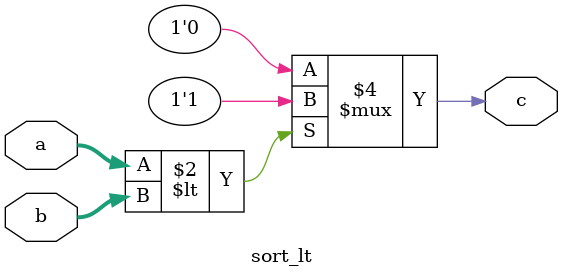
<source format=v>
`timescale 1ns / 1ps


module sort_lt(a, b, c); 

    // Parameter describing the width of N = 32
    parameter DATAWIDTH = 32;

    // Input and output declarations for the reg module
    input [DATAWIDTH-1:0] a, b;
    output reg c;

    always @(a, b) begin
        if (a < b) begin
            c <= 1;
        end else begin
            c <= 0;
        end
    end

endmodule

</source>
